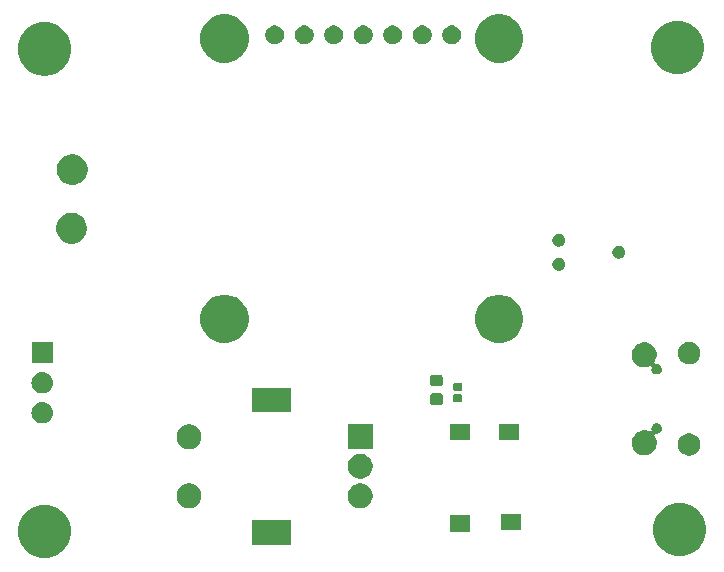
<source format=gbr>
G04 #@! TF.GenerationSoftware,KiCad,Pcbnew,(5.1.2)-1*
G04 #@! TF.CreationDate,2019-08-02T22:36:28-03:00*
G04 #@! TF.ProjectId,Medidor,4d656469-646f-4722-9e6b-696361645f70,rev?*
G04 #@! TF.SameCoordinates,Original*
G04 #@! TF.FileFunction,Soldermask,Bot*
G04 #@! TF.FilePolarity,Negative*
%FSLAX46Y46*%
G04 Gerber Fmt 4.6, Leading zero omitted, Abs format (unit mm)*
G04 Created by KiCad (PCBNEW (5.1.2)-1) date 2019-08-02 22:36:28*
%MOMM*%
%LPD*%
G04 APERTURE LIST*
%ADD10C,0.100000*%
G04 APERTURE END LIST*
D10*
G36*
X87080380Y-129966776D02*
G01*
X87461093Y-130042504D01*
X87870749Y-130212189D01*
X88239429Y-130458534D01*
X88552966Y-130772071D01*
X88799311Y-131140751D01*
X88968996Y-131550407D01*
X89055500Y-131985296D01*
X89055500Y-132428704D01*
X88968996Y-132863593D01*
X88799311Y-133273249D01*
X88552966Y-133641929D01*
X88239429Y-133955466D01*
X87870749Y-134201811D01*
X87461093Y-134371496D01*
X87080380Y-134447224D01*
X87026205Y-134458000D01*
X86582795Y-134458000D01*
X86528620Y-134447224D01*
X86147907Y-134371496D01*
X85738251Y-134201811D01*
X85369571Y-133955466D01*
X85056034Y-133641929D01*
X84809689Y-133273249D01*
X84640004Y-132863593D01*
X84553500Y-132428704D01*
X84553500Y-131985296D01*
X84640004Y-131550407D01*
X84809689Y-131140751D01*
X85056034Y-130772071D01*
X85369571Y-130458534D01*
X85738251Y-130212189D01*
X86147907Y-130042504D01*
X86528620Y-129966776D01*
X86582795Y-129956000D01*
X87026205Y-129956000D01*
X87080380Y-129966776D01*
X87080380Y-129966776D01*
G37*
G36*
X140864880Y-129839776D02*
G01*
X141245593Y-129915504D01*
X141655249Y-130085189D01*
X142023929Y-130331534D01*
X142337466Y-130645071D01*
X142583811Y-131013751D01*
X142753496Y-131423407D01*
X142840000Y-131858296D01*
X142840000Y-132301704D01*
X142753496Y-132736593D01*
X142583811Y-133146249D01*
X142337466Y-133514929D01*
X142023929Y-133828466D01*
X141655249Y-134074811D01*
X141245593Y-134244496D01*
X140864880Y-134320224D01*
X140810705Y-134331000D01*
X140367295Y-134331000D01*
X140313120Y-134320224D01*
X139932407Y-134244496D01*
X139522751Y-134074811D01*
X139154071Y-133828466D01*
X138840534Y-133514929D01*
X138594189Y-133146249D01*
X138424504Y-132736593D01*
X138338000Y-132301704D01*
X138338000Y-131858296D01*
X138424504Y-131423407D01*
X138594189Y-131013751D01*
X138840534Y-130645071D01*
X139154071Y-130331534D01*
X139522751Y-130085189D01*
X139932407Y-129915504D01*
X140313120Y-129839776D01*
X140367295Y-129829000D01*
X140810705Y-129829000D01*
X140864880Y-129839776D01*
X140864880Y-129839776D01*
G37*
G36*
X107689000Y-133357000D02*
G01*
X104387000Y-133357000D01*
X104387000Y-131255000D01*
X107689000Y-131255000D01*
X107689000Y-133357000D01*
X107689000Y-133357000D01*
G37*
G36*
X122834500Y-132273000D02*
G01*
X121132500Y-132273000D01*
X121132500Y-130871000D01*
X122834500Y-130871000D01*
X122834500Y-132273000D01*
X122834500Y-132273000D01*
G37*
G36*
X127152500Y-132146000D02*
G01*
X125450500Y-132146000D01*
X125450500Y-130744000D01*
X127152500Y-130744000D01*
X127152500Y-132146000D01*
X127152500Y-132146000D01*
G37*
G36*
X99344564Y-128195389D02*
G01*
X99535833Y-128274615D01*
X99535835Y-128274616D01*
X99707973Y-128389635D01*
X99854365Y-128536027D01*
X99969385Y-128708167D01*
X100048611Y-128899436D01*
X100089000Y-129102484D01*
X100089000Y-129309516D01*
X100048611Y-129512564D01*
X99969385Y-129703833D01*
X99969384Y-129703835D01*
X99854365Y-129875973D01*
X99707973Y-130022365D01*
X99535835Y-130137384D01*
X99535834Y-130137385D01*
X99535833Y-130137385D01*
X99344564Y-130216611D01*
X99141516Y-130257000D01*
X98934484Y-130257000D01*
X98731436Y-130216611D01*
X98540167Y-130137385D01*
X98540166Y-130137385D01*
X98540165Y-130137384D01*
X98368027Y-130022365D01*
X98221635Y-129875973D01*
X98106616Y-129703835D01*
X98106615Y-129703833D01*
X98027389Y-129512564D01*
X97987000Y-129309516D01*
X97987000Y-129102484D01*
X98027389Y-128899436D01*
X98106615Y-128708167D01*
X98221635Y-128536027D01*
X98368027Y-128389635D01*
X98540165Y-128274616D01*
X98540167Y-128274615D01*
X98731436Y-128195389D01*
X98934484Y-128155000D01*
X99141516Y-128155000D01*
X99344564Y-128195389D01*
X99344564Y-128195389D01*
G37*
G36*
X113844564Y-128195389D02*
G01*
X114035833Y-128274615D01*
X114035835Y-128274616D01*
X114207973Y-128389635D01*
X114354365Y-128536027D01*
X114469385Y-128708167D01*
X114548611Y-128899436D01*
X114589000Y-129102484D01*
X114589000Y-129309516D01*
X114548611Y-129512564D01*
X114469385Y-129703833D01*
X114469384Y-129703835D01*
X114354365Y-129875973D01*
X114207973Y-130022365D01*
X114035835Y-130137384D01*
X114035834Y-130137385D01*
X114035833Y-130137385D01*
X113844564Y-130216611D01*
X113641516Y-130257000D01*
X113434484Y-130257000D01*
X113231436Y-130216611D01*
X113040167Y-130137385D01*
X113040166Y-130137385D01*
X113040165Y-130137384D01*
X112868027Y-130022365D01*
X112721635Y-129875973D01*
X112606616Y-129703835D01*
X112606615Y-129703833D01*
X112527389Y-129512564D01*
X112487000Y-129309516D01*
X112487000Y-129102484D01*
X112527389Y-128899436D01*
X112606615Y-128708167D01*
X112721635Y-128536027D01*
X112868027Y-128389635D01*
X113040165Y-128274616D01*
X113040167Y-128274615D01*
X113231436Y-128195389D01*
X113434484Y-128155000D01*
X113641516Y-128155000D01*
X113844564Y-128195389D01*
X113844564Y-128195389D01*
G37*
G36*
X113844564Y-125695389D02*
G01*
X114012620Y-125765000D01*
X114035835Y-125774616D01*
X114096274Y-125815000D01*
X114207973Y-125889635D01*
X114354365Y-126036027D01*
X114469385Y-126208167D01*
X114548611Y-126399436D01*
X114589000Y-126602484D01*
X114589000Y-126809516D01*
X114548611Y-127012564D01*
X114469385Y-127203833D01*
X114469384Y-127203835D01*
X114354365Y-127375973D01*
X114207973Y-127522365D01*
X114035835Y-127637384D01*
X114035834Y-127637385D01*
X114035833Y-127637385D01*
X113844564Y-127716611D01*
X113641516Y-127757000D01*
X113434484Y-127757000D01*
X113231436Y-127716611D01*
X113040167Y-127637385D01*
X113040166Y-127637385D01*
X113040165Y-127637384D01*
X112868027Y-127522365D01*
X112721635Y-127375973D01*
X112606616Y-127203835D01*
X112606615Y-127203833D01*
X112527389Y-127012564D01*
X112487000Y-126809516D01*
X112487000Y-126602484D01*
X112527389Y-126399436D01*
X112606615Y-126208167D01*
X112721635Y-126036027D01*
X112868027Y-125889635D01*
X112979726Y-125815000D01*
X113040165Y-125774616D01*
X113063380Y-125765000D01*
X113231436Y-125695389D01*
X113434484Y-125655000D01*
X113641516Y-125655000D01*
X113844564Y-125695389D01*
X113844564Y-125695389D01*
G37*
G36*
X141673395Y-123949546D02*
G01*
X141846466Y-124021234D01*
X141846467Y-124021235D01*
X142002227Y-124125310D01*
X142134690Y-124257773D01*
X142134691Y-124257775D01*
X142238766Y-124413534D01*
X142310454Y-124586605D01*
X142347000Y-124770333D01*
X142347000Y-124957667D01*
X142310454Y-125141395D01*
X142238766Y-125314466D01*
X142238765Y-125314467D01*
X142134690Y-125470227D01*
X142002227Y-125602690D01*
X141938331Y-125645384D01*
X141846466Y-125706766D01*
X141673395Y-125778454D01*
X141489667Y-125815000D01*
X141302333Y-125815000D01*
X141118605Y-125778454D01*
X140945534Y-125706766D01*
X140853669Y-125645384D01*
X140789773Y-125602690D01*
X140657310Y-125470227D01*
X140553235Y-125314467D01*
X140553234Y-125314466D01*
X140481546Y-125141395D01*
X140445000Y-124957667D01*
X140445000Y-124770333D01*
X140481546Y-124586605D01*
X140553234Y-124413534D01*
X140657309Y-124257775D01*
X140657310Y-124257773D01*
X140789773Y-124125310D01*
X140945533Y-124021235D01*
X140945534Y-124021234D01*
X141118605Y-123949546D01*
X141302333Y-123913000D01*
X141489667Y-123913000D01*
X141673395Y-123949546D01*
X141673395Y-123949546D01*
G37*
G36*
X138777552Y-123055331D02*
G01*
X138859627Y-123089328D01*
X138859629Y-123089329D01*
X138933496Y-123138686D01*
X138996314Y-123201504D01*
X139045167Y-123274616D01*
X139045672Y-123275373D01*
X139079669Y-123357448D01*
X139097000Y-123444579D01*
X139097000Y-123533421D01*
X139079669Y-123620552D01*
X139062086Y-123663000D01*
X139045671Y-123702629D01*
X138996314Y-123776496D01*
X138933496Y-123839314D01*
X138859629Y-123888671D01*
X138859628Y-123888672D01*
X138859627Y-123888672D01*
X138777552Y-123922669D01*
X138690421Y-123940000D01*
X138601580Y-123940000D01*
X138599171Y-123939521D01*
X138574787Y-123937120D01*
X138550401Y-123939522D01*
X138526952Y-123946636D01*
X138505342Y-123958187D01*
X138486400Y-123973733D01*
X138470855Y-123992675D01*
X138459304Y-124014286D01*
X138452191Y-124037735D01*
X138449790Y-124062121D01*
X138452192Y-124086507D01*
X138459306Y-124109956D01*
X138470856Y-124131565D01*
X138527385Y-124216167D01*
X138606611Y-124407436D01*
X138647000Y-124610484D01*
X138647000Y-124817516D01*
X138606611Y-125020564D01*
X138558222Y-125137385D01*
X138527384Y-125211835D01*
X138412365Y-125383973D01*
X138265973Y-125530365D01*
X138093835Y-125645384D01*
X138093834Y-125645385D01*
X138093833Y-125645385D01*
X137902564Y-125724611D01*
X137699516Y-125765000D01*
X137492484Y-125765000D01*
X137289436Y-125724611D01*
X137098167Y-125645385D01*
X137098166Y-125645385D01*
X137098165Y-125645384D01*
X136926027Y-125530365D01*
X136779635Y-125383973D01*
X136664616Y-125211835D01*
X136633778Y-125137385D01*
X136585389Y-125020564D01*
X136545000Y-124817516D01*
X136545000Y-124610484D01*
X136585389Y-124407436D01*
X136664615Y-124216167D01*
X136725324Y-124125310D01*
X136779635Y-124044027D01*
X136926027Y-123897635D01*
X137098165Y-123782616D01*
X137112940Y-123776496D01*
X137289436Y-123703389D01*
X137492484Y-123663000D01*
X137699516Y-123663000D01*
X137902565Y-123703389D01*
X138042047Y-123761164D01*
X138065496Y-123768277D01*
X138089882Y-123770679D01*
X138114269Y-123768277D01*
X138137717Y-123761164D01*
X138159328Y-123749613D01*
X138178270Y-123734067D01*
X138193815Y-123715125D01*
X138205366Y-123693515D01*
X138212479Y-123670066D01*
X138214881Y-123645680D01*
X138212479Y-123621294D01*
X138195000Y-123533421D01*
X138195000Y-123444579D01*
X138212331Y-123357448D01*
X138246328Y-123275373D01*
X138246834Y-123274616D01*
X138295686Y-123201504D01*
X138358504Y-123138686D01*
X138432371Y-123089329D01*
X138432373Y-123089328D01*
X138514448Y-123055331D01*
X138601579Y-123038000D01*
X138690421Y-123038000D01*
X138777552Y-123055331D01*
X138777552Y-123055331D01*
G37*
G36*
X99344564Y-123195389D02*
G01*
X99535833Y-123274615D01*
X99535835Y-123274616D01*
X99707973Y-123389635D01*
X99854365Y-123536027D01*
X99966193Y-123703389D01*
X99969385Y-123708167D01*
X100048611Y-123899436D01*
X100089000Y-124102484D01*
X100089000Y-124309516D01*
X100048611Y-124512564D01*
X100017942Y-124586605D01*
X99969384Y-124703835D01*
X99854365Y-124875973D01*
X99707973Y-125022365D01*
X99535835Y-125137384D01*
X99535834Y-125137385D01*
X99535833Y-125137385D01*
X99344564Y-125216611D01*
X99141516Y-125257000D01*
X98934484Y-125257000D01*
X98731436Y-125216611D01*
X98540167Y-125137385D01*
X98540166Y-125137385D01*
X98540165Y-125137384D01*
X98368027Y-125022365D01*
X98221635Y-124875973D01*
X98106616Y-124703835D01*
X98058058Y-124586605D01*
X98027389Y-124512564D01*
X97987000Y-124309516D01*
X97987000Y-124102484D01*
X98027389Y-123899436D01*
X98106615Y-123708167D01*
X98109808Y-123703389D01*
X98221635Y-123536027D01*
X98368027Y-123389635D01*
X98540165Y-123274616D01*
X98540167Y-123274615D01*
X98731436Y-123195389D01*
X98934484Y-123155000D01*
X99141516Y-123155000D01*
X99344564Y-123195389D01*
X99344564Y-123195389D01*
G37*
G36*
X114589000Y-125257000D02*
G01*
X112487000Y-125257000D01*
X112487000Y-123155000D01*
X114589000Y-123155000D01*
X114589000Y-125257000D01*
X114589000Y-125257000D01*
G37*
G36*
X122834500Y-124526000D02*
G01*
X121132500Y-124526000D01*
X121132500Y-123124000D01*
X122834500Y-123124000D01*
X122834500Y-124526000D01*
X122834500Y-124526000D01*
G37*
G36*
X127025500Y-124526000D02*
G01*
X125323500Y-124526000D01*
X125323500Y-123124000D01*
X127025500Y-123124000D01*
X127025500Y-124526000D01*
X127025500Y-124526000D01*
G37*
G36*
X86724442Y-121279518D02*
G01*
X86790627Y-121286037D01*
X86960466Y-121337557D01*
X87116991Y-121421222D01*
X87138032Y-121438490D01*
X87254186Y-121533814D01*
X87337448Y-121635271D01*
X87366778Y-121671009D01*
X87450443Y-121827534D01*
X87501963Y-121997373D01*
X87519359Y-122174000D01*
X87501963Y-122350627D01*
X87450443Y-122520466D01*
X87366778Y-122676991D01*
X87337448Y-122712729D01*
X87254186Y-122814186D01*
X87152729Y-122897448D01*
X87116991Y-122926778D01*
X86960466Y-123010443D01*
X86790627Y-123061963D01*
X86724442Y-123068482D01*
X86658260Y-123075000D01*
X86569740Y-123075000D01*
X86503558Y-123068482D01*
X86437373Y-123061963D01*
X86267534Y-123010443D01*
X86111009Y-122926778D01*
X86075271Y-122897448D01*
X85973814Y-122814186D01*
X85890552Y-122712729D01*
X85861222Y-122676991D01*
X85777557Y-122520466D01*
X85726037Y-122350627D01*
X85708641Y-122174000D01*
X85726037Y-121997373D01*
X85777557Y-121827534D01*
X85861222Y-121671009D01*
X85890552Y-121635271D01*
X85973814Y-121533814D01*
X86089968Y-121438490D01*
X86111009Y-121421222D01*
X86267534Y-121337557D01*
X86437373Y-121286037D01*
X86503558Y-121279518D01*
X86569740Y-121273000D01*
X86658260Y-121273000D01*
X86724442Y-121279518D01*
X86724442Y-121279518D01*
G37*
G36*
X107689000Y-122157000D02*
G01*
X104387000Y-122157000D01*
X104387000Y-120055000D01*
X107689000Y-120055000D01*
X107689000Y-122157000D01*
X107689000Y-122157000D01*
G37*
G36*
X120369191Y-120546685D02*
G01*
X120403169Y-120556993D01*
X120434490Y-120573734D01*
X120461939Y-120596261D01*
X120484466Y-120623710D01*
X120501207Y-120655031D01*
X120511515Y-120689009D01*
X120515600Y-120730490D01*
X120515600Y-121331710D01*
X120511515Y-121373191D01*
X120501207Y-121407169D01*
X120484466Y-121438490D01*
X120461939Y-121465939D01*
X120434490Y-121488466D01*
X120403169Y-121505207D01*
X120369191Y-121515515D01*
X120327710Y-121519600D01*
X119651490Y-121519600D01*
X119610009Y-121515515D01*
X119576031Y-121505207D01*
X119544710Y-121488466D01*
X119517261Y-121465939D01*
X119494734Y-121438490D01*
X119477993Y-121407169D01*
X119467685Y-121373191D01*
X119463600Y-121331710D01*
X119463600Y-120730490D01*
X119467685Y-120689009D01*
X119477993Y-120655031D01*
X119494734Y-120623710D01*
X119517261Y-120596261D01*
X119544710Y-120573734D01*
X119576031Y-120556993D01*
X119610009Y-120546685D01*
X119651490Y-120542600D01*
X120327710Y-120542600D01*
X120369191Y-120546685D01*
X120369191Y-120546685D01*
G37*
G36*
X122074938Y-120611516D02*
G01*
X122095557Y-120617771D01*
X122114553Y-120627924D01*
X122131208Y-120641592D01*
X122144876Y-120658247D01*
X122155029Y-120677243D01*
X122161284Y-120697862D01*
X122164000Y-120725440D01*
X122164000Y-121184160D01*
X122161284Y-121211738D01*
X122155029Y-121232357D01*
X122144876Y-121251353D01*
X122131208Y-121268008D01*
X122114553Y-121281676D01*
X122095557Y-121291829D01*
X122074938Y-121298084D01*
X122047360Y-121300800D01*
X121538640Y-121300800D01*
X121511062Y-121298084D01*
X121490443Y-121291829D01*
X121471447Y-121281676D01*
X121454792Y-121268008D01*
X121441124Y-121251353D01*
X121430971Y-121232357D01*
X121424716Y-121211738D01*
X121422000Y-121184160D01*
X121422000Y-120725440D01*
X121424716Y-120697862D01*
X121430971Y-120677243D01*
X121441124Y-120658247D01*
X121454792Y-120641592D01*
X121471447Y-120627924D01*
X121490443Y-120617771D01*
X121511062Y-120611516D01*
X121538640Y-120608800D01*
X122047360Y-120608800D01*
X122074938Y-120611516D01*
X122074938Y-120611516D01*
G37*
G36*
X86724442Y-118739518D02*
G01*
X86790627Y-118746037D01*
X86960466Y-118797557D01*
X87116991Y-118881222D01*
X87152729Y-118910552D01*
X87254186Y-118993814D01*
X87321758Y-119076152D01*
X87366778Y-119131009D01*
X87450443Y-119287534D01*
X87501963Y-119457373D01*
X87519359Y-119634000D01*
X87501963Y-119810627D01*
X87450443Y-119980466D01*
X87366778Y-120136991D01*
X87349700Y-120157800D01*
X87254186Y-120274186D01*
X87152729Y-120357448D01*
X87116991Y-120386778D01*
X86960466Y-120470443D01*
X86790627Y-120521963D01*
X86724443Y-120528481D01*
X86658260Y-120535000D01*
X86569740Y-120535000D01*
X86503557Y-120528481D01*
X86437373Y-120521963D01*
X86267534Y-120470443D01*
X86111009Y-120386778D01*
X86075271Y-120357448D01*
X85973814Y-120274186D01*
X85878300Y-120157800D01*
X85861222Y-120136991D01*
X85777557Y-119980466D01*
X85726037Y-119810627D01*
X85708641Y-119634000D01*
X85726037Y-119457373D01*
X85777557Y-119287534D01*
X85861222Y-119131009D01*
X85906242Y-119076152D01*
X85973814Y-118993814D01*
X86075271Y-118910552D01*
X86111009Y-118881222D01*
X86267534Y-118797557D01*
X86437373Y-118746037D01*
X86503558Y-118739518D01*
X86569740Y-118733000D01*
X86658260Y-118733000D01*
X86724442Y-118739518D01*
X86724442Y-118739518D01*
G37*
G36*
X122074938Y-119641516D02*
G01*
X122095557Y-119647771D01*
X122114553Y-119657924D01*
X122131208Y-119671592D01*
X122144876Y-119688247D01*
X122155029Y-119707243D01*
X122161284Y-119727862D01*
X122164000Y-119755440D01*
X122164000Y-120214160D01*
X122161284Y-120241738D01*
X122155029Y-120262357D01*
X122144876Y-120281353D01*
X122131208Y-120298008D01*
X122114553Y-120311676D01*
X122095557Y-120321829D01*
X122074938Y-120328084D01*
X122047360Y-120330800D01*
X121538640Y-120330800D01*
X121511062Y-120328084D01*
X121490443Y-120321829D01*
X121471447Y-120311676D01*
X121454792Y-120298008D01*
X121441124Y-120281353D01*
X121430971Y-120262357D01*
X121424716Y-120241738D01*
X121422000Y-120214160D01*
X121422000Y-119755440D01*
X121424716Y-119727862D01*
X121430971Y-119707243D01*
X121441124Y-119688247D01*
X121454792Y-119671592D01*
X121471447Y-119657924D01*
X121490443Y-119647771D01*
X121511062Y-119641516D01*
X121538640Y-119638800D01*
X122047360Y-119638800D01*
X122074938Y-119641516D01*
X122074938Y-119641516D01*
G37*
G36*
X120369191Y-118971685D02*
G01*
X120403169Y-118981993D01*
X120434490Y-118998734D01*
X120461939Y-119021261D01*
X120484466Y-119048710D01*
X120501207Y-119080031D01*
X120511515Y-119114009D01*
X120515600Y-119155490D01*
X120515600Y-119756710D01*
X120511515Y-119798191D01*
X120501207Y-119832169D01*
X120484466Y-119863490D01*
X120461939Y-119890939D01*
X120434490Y-119913466D01*
X120403169Y-119930207D01*
X120369191Y-119940515D01*
X120327710Y-119944600D01*
X119651490Y-119944600D01*
X119610009Y-119940515D01*
X119576031Y-119930207D01*
X119544710Y-119913466D01*
X119517261Y-119890939D01*
X119494734Y-119863490D01*
X119477993Y-119832169D01*
X119467685Y-119798191D01*
X119463600Y-119756710D01*
X119463600Y-119155490D01*
X119467685Y-119114009D01*
X119477993Y-119080031D01*
X119494734Y-119048710D01*
X119517261Y-119021261D01*
X119544710Y-118998734D01*
X119576031Y-118981993D01*
X119610009Y-118971685D01*
X119651490Y-118967600D01*
X120327710Y-118967600D01*
X120369191Y-118971685D01*
X120369191Y-118971685D01*
G37*
G36*
X137902564Y-116253389D02*
G01*
X138093833Y-116332615D01*
X138093835Y-116332616D01*
X138157731Y-116375310D01*
X138265973Y-116447635D01*
X138412365Y-116594027D01*
X138527385Y-116766167D01*
X138606611Y-116957436D01*
X138647000Y-117160484D01*
X138647000Y-117367516D01*
X138606611Y-117570564D01*
X138527385Y-117761833D01*
X138470856Y-117846435D01*
X138459305Y-117868046D01*
X138452192Y-117891495D01*
X138449790Y-117915881D01*
X138452192Y-117940267D01*
X138459305Y-117963716D01*
X138470856Y-117985327D01*
X138486401Y-118004269D01*
X138505343Y-118019814D01*
X138526954Y-118031365D01*
X138550403Y-118038478D01*
X138574789Y-118040880D01*
X138599171Y-118038479D01*
X138601580Y-118038000D01*
X138690421Y-118038000D01*
X138777552Y-118055331D01*
X138859627Y-118089328D01*
X138859629Y-118089329D01*
X138933496Y-118138686D01*
X138996314Y-118201504D01*
X139045163Y-118274610D01*
X139045672Y-118275373D01*
X139079669Y-118357448D01*
X139097000Y-118444579D01*
X139097000Y-118533421D01*
X139079669Y-118620552D01*
X139045672Y-118702627D01*
X139045671Y-118702629D01*
X138996314Y-118776496D01*
X138933496Y-118839314D01*
X138859629Y-118888671D01*
X138859628Y-118888672D01*
X138859627Y-118888672D01*
X138777552Y-118922669D01*
X138690421Y-118940000D01*
X138601579Y-118940000D01*
X138514448Y-118922669D01*
X138432373Y-118888672D01*
X138432372Y-118888672D01*
X138432371Y-118888671D01*
X138358504Y-118839314D01*
X138295686Y-118776496D01*
X138246329Y-118702629D01*
X138246328Y-118702627D01*
X138212331Y-118620552D01*
X138195000Y-118533421D01*
X138195000Y-118444579D01*
X138212479Y-118356706D01*
X138214881Y-118332320D01*
X138212479Y-118307934D01*
X138205366Y-118284485D01*
X138193815Y-118262874D01*
X138178270Y-118243932D01*
X138159328Y-118228387D01*
X138137717Y-118216836D01*
X138114268Y-118209723D01*
X138089882Y-118207321D01*
X138065496Y-118209723D01*
X138042047Y-118216836D01*
X137902565Y-118274611D01*
X137699516Y-118315000D01*
X137492484Y-118315000D01*
X137289436Y-118274611D01*
X137098167Y-118195385D01*
X137098166Y-118195385D01*
X137098165Y-118195384D01*
X136926027Y-118080365D01*
X136779635Y-117933973D01*
X136664616Y-117761835D01*
X136664615Y-117761833D01*
X136585389Y-117570564D01*
X136545000Y-117367516D01*
X136545000Y-117160484D01*
X136585389Y-116957436D01*
X136664615Y-116766167D01*
X136779635Y-116594027D01*
X136926027Y-116447635D01*
X137034269Y-116375310D01*
X137098165Y-116332616D01*
X137098167Y-116332615D01*
X137289436Y-116253389D01*
X137492484Y-116213000D01*
X137699516Y-116213000D01*
X137902564Y-116253389D01*
X137902564Y-116253389D01*
G37*
G36*
X141673395Y-116199546D02*
G01*
X141846466Y-116271234D01*
X141923818Y-116322919D01*
X142002227Y-116375310D01*
X142134690Y-116507773D01*
X142134691Y-116507775D01*
X142238766Y-116663534D01*
X142310454Y-116836605D01*
X142347000Y-117020333D01*
X142347000Y-117207667D01*
X142310454Y-117391395D01*
X142238766Y-117564466D01*
X142187081Y-117641818D01*
X142134690Y-117720227D01*
X142002227Y-117852690D01*
X141979245Y-117868046D01*
X141846466Y-117956766D01*
X141673395Y-118028454D01*
X141489667Y-118065000D01*
X141302333Y-118065000D01*
X141118605Y-118028454D01*
X140945534Y-117956766D01*
X140812755Y-117868046D01*
X140789773Y-117852690D01*
X140657310Y-117720227D01*
X140604919Y-117641818D01*
X140553234Y-117564466D01*
X140481546Y-117391395D01*
X140445000Y-117207667D01*
X140445000Y-117020333D01*
X140481546Y-116836605D01*
X140553234Y-116663534D01*
X140657309Y-116507775D01*
X140657310Y-116507773D01*
X140789773Y-116375310D01*
X140868182Y-116322919D01*
X140945534Y-116271234D01*
X141118605Y-116199546D01*
X141302333Y-116163000D01*
X141489667Y-116163000D01*
X141673395Y-116199546D01*
X141673395Y-116199546D01*
G37*
G36*
X87515000Y-117995000D02*
G01*
X85713000Y-117995000D01*
X85713000Y-116193000D01*
X87515000Y-116193000D01*
X87515000Y-117995000D01*
X87515000Y-117995000D01*
G37*
G36*
X125892754Y-112264318D02*
G01*
X126266011Y-112418926D01*
X126266013Y-112418927D01*
X126601936Y-112643384D01*
X126887616Y-112929064D01*
X127112074Y-113264989D01*
X127266682Y-113638246D01*
X127345500Y-114034493D01*
X127345500Y-114438507D01*
X127266682Y-114834754D01*
X127112074Y-115208011D01*
X127112073Y-115208013D01*
X126887616Y-115543936D01*
X126601936Y-115829616D01*
X126266013Y-116054073D01*
X126266012Y-116054074D01*
X126266011Y-116054074D01*
X125892754Y-116208682D01*
X125496507Y-116287500D01*
X125092493Y-116287500D01*
X124696246Y-116208682D01*
X124322989Y-116054074D01*
X124322988Y-116054074D01*
X124322987Y-116054073D01*
X123987064Y-115829616D01*
X123701384Y-115543936D01*
X123476927Y-115208013D01*
X123476926Y-115208011D01*
X123322318Y-114834754D01*
X123243500Y-114438507D01*
X123243500Y-114034493D01*
X123322318Y-113638246D01*
X123476926Y-113264989D01*
X123701384Y-112929064D01*
X123987064Y-112643384D01*
X124322987Y-112418927D01*
X124322989Y-112418926D01*
X124696246Y-112264318D01*
X125092493Y-112185500D01*
X125496507Y-112185500D01*
X125892754Y-112264318D01*
X125892754Y-112264318D01*
G37*
G36*
X102642754Y-112264318D02*
G01*
X103016011Y-112418926D01*
X103016013Y-112418927D01*
X103351936Y-112643384D01*
X103637616Y-112929064D01*
X103862074Y-113264989D01*
X104016682Y-113638246D01*
X104095500Y-114034493D01*
X104095500Y-114438507D01*
X104016682Y-114834754D01*
X103862074Y-115208011D01*
X103862073Y-115208013D01*
X103637616Y-115543936D01*
X103351936Y-115829616D01*
X103016013Y-116054073D01*
X103016012Y-116054074D01*
X103016011Y-116054074D01*
X102642754Y-116208682D01*
X102246507Y-116287500D01*
X101842493Y-116287500D01*
X101446246Y-116208682D01*
X101072989Y-116054074D01*
X101072988Y-116054074D01*
X101072987Y-116054073D01*
X100737064Y-115829616D01*
X100451384Y-115543936D01*
X100226927Y-115208013D01*
X100226926Y-115208011D01*
X100072318Y-114834754D01*
X99993500Y-114438507D01*
X99993500Y-114034493D01*
X100072318Y-113638246D01*
X100226926Y-113264989D01*
X100451384Y-112929064D01*
X100737064Y-112643384D01*
X101072987Y-112418927D01*
X101072989Y-112418926D01*
X101446246Y-112264318D01*
X101842493Y-112185500D01*
X102246507Y-112185500D01*
X102642754Y-112264318D01*
X102642754Y-112264318D01*
G37*
G36*
X130459378Y-109065197D02*
G01*
X130512150Y-109075694D01*
X130611570Y-109116875D01*
X130701046Y-109176661D01*
X130777139Y-109252754D01*
X130836925Y-109342230D01*
X130878106Y-109441650D01*
X130899100Y-109547194D01*
X130899100Y-109654806D01*
X130878106Y-109760350D01*
X130836925Y-109859770D01*
X130777139Y-109949246D01*
X130701046Y-110025339D01*
X130611570Y-110085125D01*
X130512150Y-110126306D01*
X130459378Y-110136803D01*
X130406607Y-110147300D01*
X130298993Y-110147300D01*
X130246222Y-110136803D01*
X130193450Y-110126306D01*
X130094030Y-110085125D01*
X130004554Y-110025339D01*
X129928461Y-109949246D01*
X129868675Y-109859770D01*
X129827494Y-109760350D01*
X129806500Y-109654806D01*
X129806500Y-109547194D01*
X129827494Y-109441650D01*
X129868675Y-109342230D01*
X129928461Y-109252754D01*
X130004554Y-109176661D01*
X130094030Y-109116875D01*
X130193450Y-109075694D01*
X130246222Y-109065197D01*
X130298993Y-109054700D01*
X130406607Y-109054700D01*
X130459378Y-109065197D01*
X130459378Y-109065197D01*
G37*
G36*
X135539378Y-108049197D02*
G01*
X135592150Y-108059694D01*
X135691570Y-108100875D01*
X135781046Y-108160661D01*
X135857139Y-108236754D01*
X135916925Y-108326230D01*
X135958106Y-108425650D01*
X135979100Y-108531194D01*
X135979100Y-108638806D01*
X135958106Y-108744350D01*
X135916925Y-108843770D01*
X135857139Y-108933246D01*
X135781046Y-109009339D01*
X135691570Y-109069125D01*
X135592150Y-109110306D01*
X135559125Y-109116875D01*
X135486607Y-109131300D01*
X135378993Y-109131300D01*
X135306475Y-109116875D01*
X135273450Y-109110306D01*
X135174030Y-109069125D01*
X135084554Y-109009339D01*
X135008461Y-108933246D01*
X134948675Y-108843770D01*
X134907494Y-108744350D01*
X134886500Y-108638806D01*
X134886500Y-108531194D01*
X134907494Y-108425650D01*
X134948675Y-108326230D01*
X135008461Y-108236754D01*
X135084554Y-108160661D01*
X135174030Y-108100875D01*
X135273450Y-108059694D01*
X135326222Y-108049197D01*
X135378993Y-108038700D01*
X135486607Y-108038700D01*
X135539378Y-108049197D01*
X135539378Y-108049197D01*
G37*
G36*
X130459378Y-107033197D02*
G01*
X130512150Y-107043694D01*
X130611570Y-107084875D01*
X130701046Y-107144661D01*
X130777139Y-107220754D01*
X130836925Y-107310230D01*
X130878106Y-107409650D01*
X130899100Y-107515194D01*
X130899100Y-107622806D01*
X130878106Y-107728350D01*
X130836925Y-107827770D01*
X130777139Y-107917246D01*
X130701046Y-107993339D01*
X130611570Y-108053125D01*
X130512150Y-108094306D01*
X130479125Y-108100875D01*
X130406607Y-108115300D01*
X130298993Y-108115300D01*
X130226475Y-108100875D01*
X130193450Y-108094306D01*
X130094030Y-108053125D01*
X130004554Y-107993339D01*
X129928461Y-107917246D01*
X129868675Y-107827770D01*
X129827494Y-107728350D01*
X129806500Y-107622806D01*
X129806500Y-107515194D01*
X129827494Y-107409650D01*
X129868675Y-107310230D01*
X129928461Y-107220754D01*
X130004554Y-107144661D01*
X130094030Y-107084875D01*
X130193450Y-107043694D01*
X130246222Y-107033197D01*
X130298993Y-107022700D01*
X130406607Y-107022700D01*
X130459378Y-107033197D01*
X130459378Y-107033197D01*
G37*
G36*
X89482687Y-105298196D02*
G01*
X89719453Y-105396268D01*
X89719455Y-105396269D01*
X89932539Y-105538647D01*
X90113753Y-105719861D01*
X90256132Y-105932947D01*
X90354204Y-106169713D01*
X90404200Y-106421061D01*
X90404200Y-106677339D01*
X90354204Y-106928687D01*
X90289508Y-107084876D01*
X90256131Y-107165455D01*
X90113753Y-107378539D01*
X89932539Y-107559753D01*
X89719455Y-107702131D01*
X89719454Y-107702132D01*
X89719453Y-107702132D01*
X89482687Y-107800204D01*
X89231339Y-107850200D01*
X88975061Y-107850200D01*
X88723713Y-107800204D01*
X88486947Y-107702132D01*
X88486946Y-107702132D01*
X88486945Y-107702131D01*
X88273861Y-107559753D01*
X88092647Y-107378539D01*
X87950269Y-107165455D01*
X87916892Y-107084876D01*
X87852196Y-106928687D01*
X87802200Y-106677339D01*
X87802200Y-106421061D01*
X87852196Y-106169713D01*
X87950268Y-105932947D01*
X88092647Y-105719861D01*
X88273861Y-105538647D01*
X88486945Y-105396269D01*
X88486947Y-105396268D01*
X88723713Y-105298196D01*
X88975061Y-105248200D01*
X89231339Y-105248200D01*
X89482687Y-105298196D01*
X89482687Y-105298196D01*
G37*
G36*
X89533487Y-100348996D02*
G01*
X89770253Y-100447068D01*
X89770255Y-100447069D01*
X89983339Y-100589447D01*
X90164553Y-100770661D01*
X90306932Y-100983747D01*
X90405004Y-101220513D01*
X90455000Y-101471861D01*
X90455000Y-101728139D01*
X90405004Y-101979487D01*
X90306932Y-102216253D01*
X90306931Y-102216255D01*
X90164553Y-102429339D01*
X89983339Y-102610553D01*
X89770255Y-102752931D01*
X89770254Y-102752932D01*
X89770253Y-102752932D01*
X89533487Y-102851004D01*
X89282139Y-102901000D01*
X89025861Y-102901000D01*
X88774513Y-102851004D01*
X88537747Y-102752932D01*
X88537746Y-102752932D01*
X88537745Y-102752931D01*
X88324661Y-102610553D01*
X88143447Y-102429339D01*
X88001069Y-102216255D01*
X88001068Y-102216253D01*
X87902996Y-101979487D01*
X87853000Y-101728139D01*
X87853000Y-101471861D01*
X87902996Y-101220513D01*
X88001068Y-100983747D01*
X88143447Y-100770661D01*
X88324661Y-100589447D01*
X88537745Y-100447069D01*
X88537747Y-100447068D01*
X88774513Y-100348996D01*
X89025861Y-100299000D01*
X89282139Y-100299000D01*
X89533487Y-100348996D01*
X89533487Y-100348996D01*
G37*
G36*
X87080380Y-89136276D02*
G01*
X87461093Y-89212004D01*
X87870749Y-89381689D01*
X88239429Y-89628034D01*
X88552966Y-89941571D01*
X88799311Y-90310251D01*
X88968996Y-90719907D01*
X89055500Y-91154796D01*
X89055500Y-91598204D01*
X88968996Y-92033093D01*
X88799311Y-92442749D01*
X88552966Y-92811429D01*
X88239429Y-93124966D01*
X87870749Y-93371311D01*
X87461093Y-93540996D01*
X87080380Y-93616724D01*
X87026205Y-93627500D01*
X86582795Y-93627500D01*
X86528620Y-93616724D01*
X86147907Y-93540996D01*
X85738251Y-93371311D01*
X85369571Y-93124966D01*
X85056034Y-92811429D01*
X84809689Y-92442749D01*
X84640004Y-92033093D01*
X84553500Y-91598204D01*
X84553500Y-91154796D01*
X84640004Y-90719907D01*
X84809689Y-90310251D01*
X85056034Y-89941571D01*
X85369571Y-89628034D01*
X85738251Y-89381689D01*
X86147907Y-89212004D01*
X86528620Y-89136276D01*
X86582795Y-89125500D01*
X87026205Y-89125500D01*
X87080380Y-89136276D01*
X87080380Y-89136276D01*
G37*
G36*
X140674380Y-89009276D02*
G01*
X141055093Y-89085004D01*
X141464749Y-89254689D01*
X141833429Y-89501034D01*
X142146966Y-89814571D01*
X142393311Y-90183251D01*
X142562996Y-90592907D01*
X142649500Y-91027796D01*
X142649500Y-91471204D01*
X142562996Y-91906093D01*
X142393311Y-92315749D01*
X142146966Y-92684429D01*
X141833429Y-92997966D01*
X141464749Y-93244311D01*
X141055093Y-93413996D01*
X140674380Y-93489724D01*
X140620205Y-93500500D01*
X140176795Y-93500500D01*
X140122620Y-93489724D01*
X139741907Y-93413996D01*
X139332251Y-93244311D01*
X138963571Y-92997966D01*
X138650034Y-92684429D01*
X138403689Y-92315749D01*
X138234004Y-91906093D01*
X138147500Y-91471204D01*
X138147500Y-91027796D01*
X138234004Y-90592907D01*
X138403689Y-90183251D01*
X138650034Y-89814571D01*
X138963571Y-89501034D01*
X139332251Y-89254689D01*
X139741907Y-89085004D01*
X140122620Y-89009276D01*
X140176795Y-88998500D01*
X140620205Y-88998500D01*
X140674380Y-89009276D01*
X140674380Y-89009276D01*
G37*
G36*
X125892754Y-88514318D02*
G01*
X126266011Y-88668926D01*
X126266013Y-88668927D01*
X126601936Y-88893384D01*
X126887616Y-89179064D01*
X127086466Y-89476663D01*
X127112074Y-89514989D01*
X127266682Y-89888246D01*
X127345500Y-90284493D01*
X127345500Y-90688507D01*
X127266682Y-91084754D01*
X127112074Y-91458011D01*
X127112073Y-91458013D01*
X126887616Y-91793936D01*
X126601936Y-92079616D01*
X126266013Y-92304073D01*
X126266012Y-92304074D01*
X126266011Y-92304074D01*
X125892754Y-92458682D01*
X125496507Y-92537500D01*
X125092493Y-92537500D01*
X124696246Y-92458682D01*
X124322989Y-92304074D01*
X124322988Y-92304074D01*
X124322987Y-92304073D01*
X123987064Y-92079616D01*
X123701384Y-91793936D01*
X123476927Y-91458013D01*
X123476926Y-91458011D01*
X123322318Y-91084754D01*
X123243500Y-90688507D01*
X123243500Y-90284493D01*
X123322318Y-89888246D01*
X123476926Y-89514989D01*
X123502535Y-89476663D01*
X123701384Y-89179064D01*
X123987064Y-88893384D01*
X124322987Y-88668927D01*
X124322989Y-88668926D01*
X124696246Y-88514318D01*
X125092493Y-88435500D01*
X125496507Y-88435500D01*
X125892754Y-88514318D01*
X125892754Y-88514318D01*
G37*
G36*
X102642754Y-88514318D02*
G01*
X103016011Y-88668926D01*
X103016013Y-88668927D01*
X103351936Y-88893384D01*
X103637616Y-89179064D01*
X103836466Y-89476663D01*
X103862074Y-89514989D01*
X104016682Y-89888246D01*
X104095500Y-90284493D01*
X104095500Y-90688507D01*
X104016682Y-91084754D01*
X103862074Y-91458011D01*
X103862073Y-91458013D01*
X103637616Y-91793936D01*
X103351936Y-92079616D01*
X103016013Y-92304073D01*
X103016012Y-92304074D01*
X103016011Y-92304074D01*
X102642754Y-92458682D01*
X102246507Y-92537500D01*
X101842493Y-92537500D01*
X101446246Y-92458682D01*
X101072989Y-92304074D01*
X101072988Y-92304074D01*
X101072987Y-92304073D01*
X100737064Y-92079616D01*
X100451384Y-91793936D01*
X100226927Y-91458013D01*
X100226926Y-91458011D01*
X100072318Y-91084754D01*
X99993500Y-90688507D01*
X99993500Y-90284493D01*
X100072318Y-89888246D01*
X100226926Y-89514989D01*
X100252535Y-89476663D01*
X100451384Y-89179064D01*
X100737064Y-88893384D01*
X101072987Y-88668927D01*
X101072989Y-88668926D01*
X101446246Y-88514318D01*
X101842493Y-88435500D01*
X102246507Y-88435500D01*
X102642754Y-88514318D01*
X102642754Y-88514318D01*
G37*
G36*
X109028142Y-89416281D02*
G01*
X109173914Y-89476662D01*
X109173916Y-89476663D01*
X109305108Y-89564322D01*
X109416678Y-89675892D01*
X109504337Y-89807084D01*
X109504338Y-89807086D01*
X109564719Y-89952858D01*
X109595500Y-90107607D01*
X109595500Y-90265393D01*
X109564719Y-90420142D01*
X109504338Y-90565914D01*
X109504337Y-90565916D01*
X109416678Y-90697108D01*
X109305108Y-90808678D01*
X109173916Y-90896337D01*
X109173915Y-90896338D01*
X109173914Y-90896338D01*
X109028142Y-90956719D01*
X108873393Y-90987500D01*
X108715607Y-90987500D01*
X108560858Y-90956719D01*
X108415086Y-90896338D01*
X108415085Y-90896338D01*
X108415084Y-90896337D01*
X108283892Y-90808678D01*
X108172322Y-90697108D01*
X108084663Y-90565916D01*
X108084662Y-90565914D01*
X108024281Y-90420142D01*
X107993500Y-90265393D01*
X107993500Y-90107607D01*
X108024281Y-89952858D01*
X108084662Y-89807086D01*
X108084663Y-89807084D01*
X108172322Y-89675892D01*
X108283892Y-89564322D01*
X108415084Y-89476663D01*
X108415086Y-89476662D01*
X108560858Y-89416281D01*
X108715607Y-89385500D01*
X108873393Y-89385500D01*
X109028142Y-89416281D01*
X109028142Y-89416281D01*
G37*
G36*
X121528142Y-89416281D02*
G01*
X121673914Y-89476662D01*
X121673916Y-89476663D01*
X121805108Y-89564322D01*
X121916678Y-89675892D01*
X122004337Y-89807084D01*
X122004338Y-89807086D01*
X122064719Y-89952858D01*
X122095500Y-90107607D01*
X122095500Y-90265393D01*
X122064719Y-90420142D01*
X122004338Y-90565914D01*
X122004337Y-90565916D01*
X121916678Y-90697108D01*
X121805108Y-90808678D01*
X121673916Y-90896337D01*
X121673915Y-90896338D01*
X121673914Y-90896338D01*
X121528142Y-90956719D01*
X121373393Y-90987500D01*
X121215607Y-90987500D01*
X121060858Y-90956719D01*
X120915086Y-90896338D01*
X120915085Y-90896338D01*
X120915084Y-90896337D01*
X120783892Y-90808678D01*
X120672322Y-90697108D01*
X120584663Y-90565916D01*
X120584662Y-90565914D01*
X120524281Y-90420142D01*
X120493500Y-90265393D01*
X120493500Y-90107607D01*
X120524281Y-89952858D01*
X120584662Y-89807086D01*
X120584663Y-89807084D01*
X120672322Y-89675892D01*
X120783892Y-89564322D01*
X120915084Y-89476663D01*
X120915086Y-89476662D01*
X121060858Y-89416281D01*
X121215607Y-89385500D01*
X121373393Y-89385500D01*
X121528142Y-89416281D01*
X121528142Y-89416281D01*
G37*
G36*
X119028142Y-89416281D02*
G01*
X119173914Y-89476662D01*
X119173916Y-89476663D01*
X119305108Y-89564322D01*
X119416678Y-89675892D01*
X119504337Y-89807084D01*
X119504338Y-89807086D01*
X119564719Y-89952858D01*
X119595500Y-90107607D01*
X119595500Y-90265393D01*
X119564719Y-90420142D01*
X119504338Y-90565914D01*
X119504337Y-90565916D01*
X119416678Y-90697108D01*
X119305108Y-90808678D01*
X119173916Y-90896337D01*
X119173915Y-90896338D01*
X119173914Y-90896338D01*
X119028142Y-90956719D01*
X118873393Y-90987500D01*
X118715607Y-90987500D01*
X118560858Y-90956719D01*
X118415086Y-90896338D01*
X118415085Y-90896338D01*
X118415084Y-90896337D01*
X118283892Y-90808678D01*
X118172322Y-90697108D01*
X118084663Y-90565916D01*
X118084662Y-90565914D01*
X118024281Y-90420142D01*
X117993500Y-90265393D01*
X117993500Y-90107607D01*
X118024281Y-89952858D01*
X118084662Y-89807086D01*
X118084663Y-89807084D01*
X118172322Y-89675892D01*
X118283892Y-89564322D01*
X118415084Y-89476663D01*
X118415086Y-89476662D01*
X118560858Y-89416281D01*
X118715607Y-89385500D01*
X118873393Y-89385500D01*
X119028142Y-89416281D01*
X119028142Y-89416281D01*
G37*
G36*
X116528142Y-89416281D02*
G01*
X116673914Y-89476662D01*
X116673916Y-89476663D01*
X116805108Y-89564322D01*
X116916678Y-89675892D01*
X117004337Y-89807084D01*
X117004338Y-89807086D01*
X117064719Y-89952858D01*
X117095500Y-90107607D01*
X117095500Y-90265393D01*
X117064719Y-90420142D01*
X117004338Y-90565914D01*
X117004337Y-90565916D01*
X116916678Y-90697108D01*
X116805108Y-90808678D01*
X116673916Y-90896337D01*
X116673915Y-90896338D01*
X116673914Y-90896338D01*
X116528142Y-90956719D01*
X116373393Y-90987500D01*
X116215607Y-90987500D01*
X116060858Y-90956719D01*
X115915086Y-90896338D01*
X115915085Y-90896338D01*
X115915084Y-90896337D01*
X115783892Y-90808678D01*
X115672322Y-90697108D01*
X115584663Y-90565916D01*
X115584662Y-90565914D01*
X115524281Y-90420142D01*
X115493500Y-90265393D01*
X115493500Y-90107607D01*
X115524281Y-89952858D01*
X115584662Y-89807086D01*
X115584663Y-89807084D01*
X115672322Y-89675892D01*
X115783892Y-89564322D01*
X115915084Y-89476663D01*
X115915086Y-89476662D01*
X116060858Y-89416281D01*
X116215607Y-89385500D01*
X116373393Y-89385500D01*
X116528142Y-89416281D01*
X116528142Y-89416281D01*
G37*
G36*
X114028142Y-89416281D02*
G01*
X114173914Y-89476662D01*
X114173916Y-89476663D01*
X114305108Y-89564322D01*
X114416678Y-89675892D01*
X114504337Y-89807084D01*
X114504338Y-89807086D01*
X114564719Y-89952858D01*
X114595500Y-90107607D01*
X114595500Y-90265393D01*
X114564719Y-90420142D01*
X114504338Y-90565914D01*
X114504337Y-90565916D01*
X114416678Y-90697108D01*
X114305108Y-90808678D01*
X114173916Y-90896337D01*
X114173915Y-90896338D01*
X114173914Y-90896338D01*
X114028142Y-90956719D01*
X113873393Y-90987500D01*
X113715607Y-90987500D01*
X113560858Y-90956719D01*
X113415086Y-90896338D01*
X113415085Y-90896338D01*
X113415084Y-90896337D01*
X113283892Y-90808678D01*
X113172322Y-90697108D01*
X113084663Y-90565916D01*
X113084662Y-90565914D01*
X113024281Y-90420142D01*
X112993500Y-90265393D01*
X112993500Y-90107607D01*
X113024281Y-89952858D01*
X113084662Y-89807086D01*
X113084663Y-89807084D01*
X113172322Y-89675892D01*
X113283892Y-89564322D01*
X113415084Y-89476663D01*
X113415086Y-89476662D01*
X113560858Y-89416281D01*
X113715607Y-89385500D01*
X113873393Y-89385500D01*
X114028142Y-89416281D01*
X114028142Y-89416281D01*
G37*
G36*
X111528142Y-89416281D02*
G01*
X111673914Y-89476662D01*
X111673916Y-89476663D01*
X111805108Y-89564322D01*
X111916678Y-89675892D01*
X112004337Y-89807084D01*
X112004338Y-89807086D01*
X112064719Y-89952858D01*
X112095500Y-90107607D01*
X112095500Y-90265393D01*
X112064719Y-90420142D01*
X112004338Y-90565914D01*
X112004337Y-90565916D01*
X111916678Y-90697108D01*
X111805108Y-90808678D01*
X111673916Y-90896337D01*
X111673915Y-90896338D01*
X111673914Y-90896338D01*
X111528142Y-90956719D01*
X111373393Y-90987500D01*
X111215607Y-90987500D01*
X111060858Y-90956719D01*
X110915086Y-90896338D01*
X110915085Y-90896338D01*
X110915084Y-90896337D01*
X110783892Y-90808678D01*
X110672322Y-90697108D01*
X110584663Y-90565916D01*
X110584662Y-90565914D01*
X110524281Y-90420142D01*
X110493500Y-90265393D01*
X110493500Y-90107607D01*
X110524281Y-89952858D01*
X110584662Y-89807086D01*
X110584663Y-89807084D01*
X110672322Y-89675892D01*
X110783892Y-89564322D01*
X110915084Y-89476663D01*
X110915086Y-89476662D01*
X111060858Y-89416281D01*
X111215607Y-89385500D01*
X111373393Y-89385500D01*
X111528142Y-89416281D01*
X111528142Y-89416281D01*
G37*
G36*
X106528142Y-89416281D02*
G01*
X106673914Y-89476662D01*
X106673916Y-89476663D01*
X106805108Y-89564322D01*
X106916678Y-89675892D01*
X107004337Y-89807084D01*
X107004338Y-89807086D01*
X107064719Y-89952858D01*
X107095500Y-90107607D01*
X107095500Y-90265393D01*
X107064719Y-90420142D01*
X107004338Y-90565914D01*
X107004337Y-90565916D01*
X106916678Y-90697108D01*
X106805108Y-90808678D01*
X106673916Y-90896337D01*
X106673915Y-90896338D01*
X106673914Y-90896338D01*
X106528142Y-90956719D01*
X106373393Y-90987500D01*
X106215607Y-90987500D01*
X106060858Y-90956719D01*
X105915086Y-90896338D01*
X105915085Y-90896338D01*
X105915084Y-90896337D01*
X105783892Y-90808678D01*
X105672322Y-90697108D01*
X105584663Y-90565916D01*
X105584662Y-90565914D01*
X105524281Y-90420142D01*
X105493500Y-90265393D01*
X105493500Y-90107607D01*
X105524281Y-89952858D01*
X105584662Y-89807086D01*
X105584663Y-89807084D01*
X105672322Y-89675892D01*
X105783892Y-89564322D01*
X105915084Y-89476663D01*
X105915086Y-89476662D01*
X106060858Y-89416281D01*
X106215607Y-89385500D01*
X106373393Y-89385500D01*
X106528142Y-89416281D01*
X106528142Y-89416281D01*
G37*
M02*

</source>
